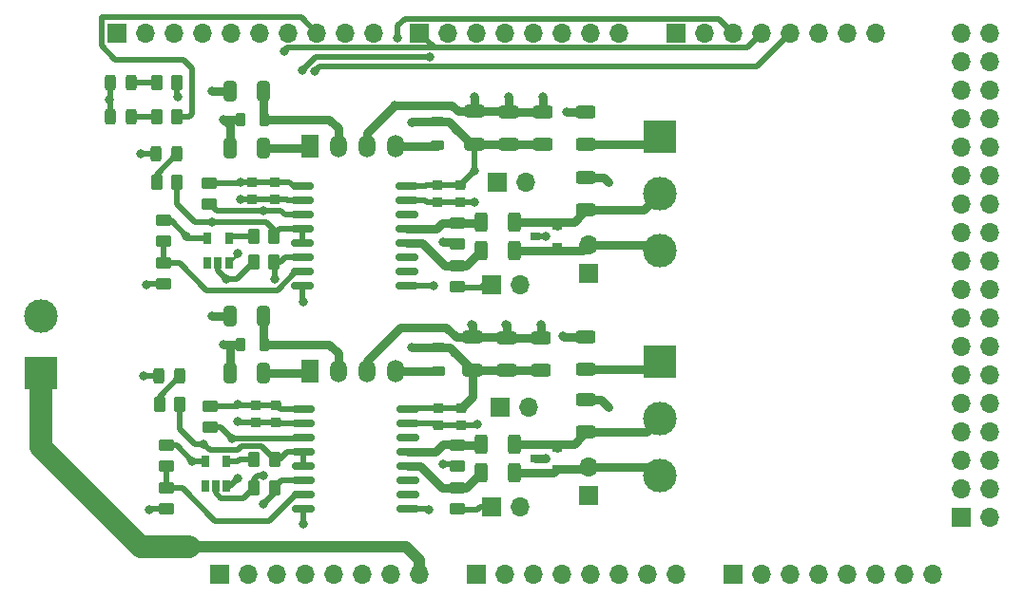
<source format=gtl>
%TF.GenerationSoftware,KiCad,Pcbnew,(6.0.9)*%
%TF.CreationDate,2022-11-14T07:27:59+00:00*%
%TF.ProjectId,mega485,6d656761-3438-4352-9e6b-696361645f70,rev?*%
%TF.SameCoordinates,Original*%
%TF.FileFunction,Copper,L1,Top*%
%TF.FilePolarity,Positive*%
%FSLAX46Y46*%
G04 Gerber Fmt 4.6, Leading zero omitted, Abs format (unit mm)*
G04 Created by KiCad (PCBNEW (6.0.9)) date 2022-11-14 07:27:59*
%MOMM*%
%LPD*%
G01*
G04 APERTURE LIST*
G04 Aperture macros list*
%AMRoundRect*
0 Rectangle with rounded corners*
0 $1 Rounding radius*
0 $2 $3 $4 $5 $6 $7 $8 $9 X,Y pos of 4 corners*
0 Add a 4 corners polygon primitive as box body*
4,1,4,$2,$3,$4,$5,$6,$7,$8,$9,$2,$3,0*
0 Add four circle primitives for the rounded corners*
1,1,$1+$1,$2,$3*
1,1,$1+$1,$4,$5*
1,1,$1+$1,$6,$7*
1,1,$1+$1,$8,$9*
0 Add four rect primitives between the rounded corners*
20,1,$1+$1,$2,$3,$4,$5,0*
20,1,$1+$1,$4,$5,$6,$7,0*
20,1,$1+$1,$6,$7,$8,$9,0*
20,1,$1+$1,$8,$9,$2,$3,0*%
G04 Aperture macros list end*
%TA.AperFunction,ComponentPad*%
%ADD10O,1.700000X1.700000*%
%TD*%
%TA.AperFunction,ComponentPad*%
%ADD11R,1.700000X1.700000*%
%TD*%
%TA.AperFunction,SMDPad,CuDef*%
%ADD12RoundRect,0.250000X0.450000X-0.262500X0.450000X0.262500X-0.450000X0.262500X-0.450000X-0.262500X0*%
%TD*%
%TA.AperFunction,SMDPad,CuDef*%
%ADD13RoundRect,0.250000X-0.450000X0.262500X-0.450000X-0.262500X0.450000X-0.262500X0.450000X0.262500X0*%
%TD*%
%TA.AperFunction,SMDPad,CuDef*%
%ADD14RoundRect,0.250000X-0.262500X-0.450000X0.262500X-0.450000X0.262500X0.450000X-0.262500X0.450000X0*%
%TD*%
%TA.AperFunction,SMDPad,CuDef*%
%ADD15RoundRect,0.243750X-0.243750X-0.456250X0.243750X-0.456250X0.243750X0.456250X-0.243750X0.456250X0*%
%TD*%
%TA.AperFunction,ComponentPad*%
%ADD16C,3.000000*%
%TD*%
%TA.AperFunction,ComponentPad*%
%ADD17R,3.000000X3.000000*%
%TD*%
%TA.AperFunction,SMDPad,CuDef*%
%ADD18RoundRect,0.225000X-0.250000X0.225000X-0.250000X-0.225000X0.250000X-0.225000X0.250000X0.225000X0*%
%TD*%
%TA.AperFunction,SMDPad,CuDef*%
%ADD19RoundRect,0.218750X-0.218750X-0.381250X0.218750X-0.381250X0.218750X0.381250X-0.218750X0.381250X0*%
%TD*%
%TA.AperFunction,SMDPad,CuDef*%
%ADD20RoundRect,0.250000X0.625000X-0.312500X0.625000X0.312500X-0.625000X0.312500X-0.625000X-0.312500X0*%
%TD*%
%TA.AperFunction,ComponentPad*%
%ADD21R,1.500000X2.000000*%
%TD*%
%TA.AperFunction,ComponentPad*%
%ADD22O,1.500000X2.000000*%
%TD*%
%TA.AperFunction,SMDPad,CuDef*%
%ADD23RoundRect,0.250000X0.325000X0.650000X-0.325000X0.650000X-0.325000X-0.650000X0.325000X-0.650000X0*%
%TD*%
%TA.AperFunction,SMDPad,CuDef*%
%ADD24R,0.650000X1.060000*%
%TD*%
%TA.AperFunction,SMDPad,CuDef*%
%ADD25RoundRect,0.250000X0.650000X-0.325000X0.650000X0.325000X-0.650000X0.325000X-0.650000X-0.325000X0*%
%TD*%
%TA.AperFunction,SMDPad,CuDef*%
%ADD26RoundRect,0.250000X-0.325000X-0.650000X0.325000X-0.650000X0.325000X0.650000X-0.325000X0.650000X0*%
%TD*%
%TA.AperFunction,SMDPad,CuDef*%
%ADD27RoundRect,0.250000X0.312500X0.625000X-0.312500X0.625000X-0.312500X-0.625000X0.312500X-0.625000X0*%
%TD*%
%TA.AperFunction,SMDPad,CuDef*%
%ADD28RoundRect,0.250000X0.262500X0.450000X-0.262500X0.450000X-0.262500X-0.450000X0.262500X-0.450000X0*%
%TD*%
%TA.AperFunction,SMDPad,CuDef*%
%ADD29RoundRect,0.250000X-0.625000X0.312500X-0.625000X-0.312500X0.625000X-0.312500X0.625000X0.312500X0*%
%TD*%
%TA.AperFunction,SMDPad,CuDef*%
%ADD30RoundRect,0.218750X0.381250X-0.218750X0.381250X0.218750X-0.381250X0.218750X-0.381250X-0.218750X0*%
%TD*%
%TA.AperFunction,SMDPad,CuDef*%
%ADD31R,0.900000X0.800000*%
%TD*%
%TA.AperFunction,SMDPad,CuDef*%
%ADD32RoundRect,0.150000X-0.875000X-0.150000X0.875000X-0.150000X0.875000X0.150000X-0.875000X0.150000X0*%
%TD*%
%TA.AperFunction,ViaPad*%
%ADD33C,0.800000*%
%TD*%
%TA.AperFunction,Conductor*%
%ADD34C,0.500000*%
%TD*%
%TA.AperFunction,Conductor*%
%ADD35C,0.750000*%
%TD*%
%TA.AperFunction,Conductor*%
%ADD36C,2.000000*%
%TD*%
%TA.AperFunction,Conductor*%
%ADD37C,1.000000*%
%TD*%
%TA.AperFunction,Conductor*%
%ADD38C,0.290000*%
%TD*%
G04 APERTURE END LIST*
D10*
%TO.P,J15,2,Pin_2*%
%TO.N,Net-(J9-Pad3)*%
X160782000Y-87889000D03*
D11*
%TO.P,J15,1,Pin_1*%
%TO.N,Net-(J15-Pad1)*%
X160782000Y-90429000D03*
%TD*%
D10*
%TO.P,J14,2,Pin_2*%
%TO.N,ISO5VB*%
X154686000Y-91440000D03*
D11*
%TO.P,J14,1,Pin_1*%
%TO.N,Net-(J14-Pad1)*%
X152146000Y-91440000D03*
%TD*%
%TO.P,J13,1,Pin_1*%
%TO.N,Net-(J13-Pad1)*%
X152903000Y-82550000D03*
D10*
%TO.P,J13,2,Pin_2*%
%TO.N,ISOGNDB*%
X155443000Y-82550000D03*
%TD*%
D11*
%TO.P,J12,1,Pin_1*%
%TO.N,Net-(J12-Pad1)*%
X160782000Y-70617000D03*
D10*
%TO.P,J12,2,Pin_2*%
%TO.N,Net-(D11-Pad1)*%
X160782000Y-68077000D03*
%TD*%
D11*
%TO.P,J11,1,Pin_1*%
%TO.N,Net-(J11-Pad1)*%
X152141000Y-71628000D03*
D10*
%TO.P,J11,2,Pin_2*%
%TO.N,ISOGNDA*%
X154681000Y-71628000D03*
%TD*%
D11*
%TO.P,J10,1,Pin_1*%
%TO.N,Net-(J10-Pad1)*%
X152654000Y-62484000D03*
D10*
%TO.P,J10,2,Pin_2*%
%TO.N,ISOGNDA*%
X155194000Y-62484000D03*
%TD*%
D12*
%TO.P,R7,1*%
%TO.N,GND*%
X123190000Y-91590500D03*
%TO.P,R7,2*%
%TO.N,Net-(R6-Pad2)*%
X123190000Y-89765500D03*
%TD*%
D13*
%TO.P,R6,1*%
%TO.N,+5V*%
X123190000Y-85955500D03*
%TO.P,R6,2*%
%TO.N,Net-(R6-Pad2)*%
X123190000Y-87780500D03*
%TD*%
D12*
%TO.P,R5,1*%
%TO.N,GND*%
X122936000Y-71524500D03*
%TO.P,R5,2*%
%TO.N,Net-(R24-Pad2)*%
X122936000Y-69699500D03*
%TD*%
D14*
%TO.P,R4,1*%
%TO.N,Net-(D4-Pad2)*%
X122531500Y-82296000D03*
%TO.P,R4,2*%
%TO.N,DE-B*%
X124356500Y-82296000D03*
%TD*%
%TO.P,R3,1*%
%TO.N,Net-(D3-Pad2)*%
X122277500Y-62484000D03*
%TO.P,R3,2*%
%TO.N,DE-A*%
X124102500Y-62484000D03*
%TD*%
%TO.P,R2,1*%
%TO.N,Net-(D2-Pad2)*%
X122277500Y-56642000D03*
%TO.P,R2,2*%
%TO.N,LED-1*%
X124102500Y-56642000D03*
%TD*%
%TO.P,R1,1*%
%TO.N,Net-(D1-Pad2)*%
X122277500Y-53594000D03*
%TO.P,R1,2*%
%TO.N,+5V*%
X124102500Y-53594000D03*
%TD*%
D15*
%TO.P,D4,1,K*%
%TO.N,GND*%
X122506500Y-79756000D03*
%TO.P,D4,2,A*%
%TO.N,Net-(D4-Pad2)*%
X124381500Y-79756000D03*
%TD*%
%TO.P,D3,2,A*%
%TO.N,Net-(D3-Pad2)*%
X124127500Y-59944000D03*
%TO.P,D3,1,K*%
%TO.N,GND*%
X122252500Y-59944000D03*
%TD*%
%TO.P,D2,1,K*%
%TO.N,GND*%
X118188500Y-56642000D03*
%TO.P,D2,2,A*%
%TO.N,Net-(D2-Pad2)*%
X120063500Y-56642000D03*
%TD*%
%TO.P,D1,1,K*%
%TO.N,GND*%
X118188500Y-53594000D03*
%TO.P,D1,2,A*%
%TO.N,Net-(D1-Pad2)*%
X120063500Y-53594000D03*
%TD*%
D16*
%TO.P,J16,2,Pin_2*%
%TO.N,GND*%
X112014000Y-74422000D03*
D17*
%TO.P,J16,1,Pin_1*%
%TO.N,+12V*%
X112014000Y-79502000D03*
%TD*%
D11*
%TO.P,J7,1,Pin_1*%
%TO.N,GND*%
X193980000Y-92380000D03*
D10*
%TO.P,J7,2,Pin_2*%
X196520000Y-92380000D03*
%TO.P,J7,3,Pin_3*%
%TO.N,/\u002A52*%
X193980000Y-89840000D03*
%TO.P,J7,4,Pin_4*%
%TO.N,/53*%
X196520000Y-89840000D03*
%TO.P,J7,5,Pin_5*%
%TO.N,/50*%
X193980000Y-87300000D03*
%TO.P,J7,6,Pin_6*%
%TO.N,/51*%
X196520000Y-87300000D03*
%TO.P,J7,7,Pin_7*%
%TO.N,/48*%
X193980000Y-84760000D03*
%TO.P,J7,8,Pin_8*%
%TO.N,/49*%
X196520000Y-84760000D03*
%TO.P,J7,9,Pin_9*%
%TO.N,/\u002A46*%
X193980000Y-82220000D03*
%TO.P,J7,10,Pin_10*%
%TO.N,/47*%
X196520000Y-82220000D03*
%TO.P,J7,11,Pin_11*%
%TO.N,/\u002A44*%
X193980000Y-79680000D03*
%TO.P,J7,12,Pin_12*%
%TO.N,/\u002A45*%
X196520000Y-79680000D03*
%TO.P,J7,13,Pin_13*%
%TO.N,/42*%
X193980000Y-77140000D03*
%TO.P,J7,14,Pin_14*%
%TO.N,/43*%
X196520000Y-77140000D03*
%TO.P,J7,15,Pin_15*%
%TO.N,/40*%
X193980000Y-74600000D03*
%TO.P,J7,16,Pin_16*%
%TO.N,/41*%
X196520000Y-74600000D03*
%TO.P,J7,17,Pin_17*%
%TO.N,/38*%
X193980000Y-72060000D03*
%TO.P,J7,18,Pin_18*%
%TO.N,/39*%
X196520000Y-72060000D03*
%TO.P,J7,19,Pin_19*%
%TO.N,/36*%
X193980000Y-69520000D03*
%TO.P,J7,20,Pin_20*%
%TO.N,/37*%
X196520000Y-69520000D03*
%TO.P,J7,21,Pin_21*%
%TO.N,/34*%
X193980000Y-66980000D03*
%TO.P,J7,22,Pin_22*%
%TO.N,/35*%
X196520000Y-66980000D03*
%TO.P,J7,23,Pin_23*%
%TO.N,/32*%
X193980000Y-64440000D03*
%TO.P,J7,24,Pin_24*%
%TO.N,/33*%
X196520000Y-64440000D03*
%TO.P,J7,25,Pin_25*%
%TO.N,/30*%
X193980000Y-61900000D03*
%TO.P,J7,26,Pin_26*%
%TO.N,/31*%
X196520000Y-61900000D03*
%TO.P,J7,27,Pin_27*%
%TO.N,/28*%
X193980000Y-59360000D03*
%TO.P,J7,28,Pin_28*%
%TO.N,/29*%
X196520000Y-59360000D03*
%TO.P,J7,29,Pin_29*%
%TO.N,/26*%
X193980000Y-56820000D03*
%TO.P,J7,30,Pin_30*%
%TO.N,/27*%
X196520000Y-56820000D03*
%TO.P,J7,31,Pin_31*%
%TO.N,/24*%
X193980000Y-54280000D03*
%TO.P,J7,32,Pin_32*%
%TO.N,/25*%
X196520000Y-54280000D03*
%TO.P,J7,33,Pin_33*%
%TO.N,/22*%
X193980000Y-51740000D03*
%TO.P,J7,34,Pin_34*%
%TO.N,/23*%
X196520000Y-51740000D03*
%TO.P,J7,35,Pin_35*%
%TO.N,+5V*%
X193980000Y-49200000D03*
%TO.P,J7,36,Pin_36*%
X196520000Y-49200000D03*
%TD*%
D11*
%TO.P,J1,1,Pin_1*%
%TO.N,unconnected-(J1-Pad1)*%
X127940000Y-97460000D03*
D10*
%TO.P,J1,2,Pin_2*%
%TO.N,/IOREF*%
X130480000Y-97460000D03*
%TO.P,J1,3,Pin_3*%
%TO.N,A_RESET*%
X133020000Y-97460000D03*
%TO.P,J1,4,Pin_4*%
%TO.N,+3V3*%
X135560000Y-97460000D03*
%TO.P,J1,5,Pin_5*%
%TO.N,+5V*%
X138100000Y-97460000D03*
%TO.P,J1,6,Pin_6*%
%TO.N,GND*%
X140640000Y-97460000D03*
%TO.P,J1,7,Pin_7*%
X143180000Y-97460000D03*
%TO.P,J1,8,Pin_8*%
%TO.N,+12V*%
X145720000Y-97460000D03*
%TD*%
D11*
%TO.P,J3,1,Pin_1*%
%TO.N,/A0*%
X150800000Y-97460000D03*
D10*
%TO.P,J3,2,Pin_2*%
%TO.N,/A1*%
X153340000Y-97460000D03*
%TO.P,J3,3,Pin_3*%
%TO.N,/A2*%
X155880000Y-97460000D03*
%TO.P,J3,4,Pin_4*%
%TO.N,/A3*%
X158420000Y-97460000D03*
%TO.P,J3,5,Pin_5*%
%TO.N,TCK*%
X160960000Y-97460000D03*
%TO.P,J3,6,Pin_6*%
%TO.N,TMS*%
X163500000Y-97460000D03*
%TO.P,J3,7,Pin_7*%
%TO.N,TDO*%
X166040000Y-97460000D03*
%TO.P,J3,8,Pin_8*%
%TO.N,TDI*%
X168580000Y-97460000D03*
%TD*%
D11*
%TO.P,J5,1,Pin_1*%
%TO.N,/A8*%
X173660000Y-97460000D03*
D10*
%TO.P,J5,2,Pin_2*%
%TO.N,/A9*%
X176200000Y-97460000D03*
%TO.P,J5,3,Pin_3*%
%TO.N,/A10*%
X178740000Y-97460000D03*
%TO.P,J5,4,Pin_4*%
%TO.N,/A11*%
X181280000Y-97460000D03*
%TO.P,J5,5,Pin_5*%
%TO.N,/A12*%
X183820000Y-97460000D03*
%TO.P,J5,6,Pin_6*%
%TO.N,/A13*%
X186360000Y-97460000D03*
%TO.P,J5,7,Pin_7*%
%TO.N,/A14*%
X188900000Y-97460000D03*
%TO.P,J5,8,Pin_8*%
%TO.N,/A15*%
X191440000Y-97460000D03*
%TD*%
D11*
%TO.P,J2,1,Pin_1*%
%TO.N,/SCL{slash}21A*%
X118796000Y-49200000D03*
D10*
%TO.P,J2,2,Pin_2*%
%TO.N,/SDA{slash}20A*%
X121336000Y-49200000D03*
%TO.P,J2,3,Pin_3*%
%TO.N,/AREF*%
X123876000Y-49200000D03*
%TO.P,J2,4,Pin_4*%
%TO.N,GND*%
X126416000Y-49200000D03*
%TO.P,J2,5,Pin_5*%
%TO.N,/\u002A13*%
X128956000Y-49200000D03*
%TO.P,J2,6,Pin_6*%
%TO.N,DE-B*%
X131496000Y-49200000D03*
%TO.P,J2,7,Pin_7*%
%TO.N,DE-A*%
X134036000Y-49200000D03*
%TO.P,J2,8,Pin_8*%
%TO.N,LED-1*%
X136576000Y-49200000D03*
%TO.P,J2,9,Pin_9*%
%TO.N,/\u002A9*%
X139116000Y-49200000D03*
%TO.P,J2,10,Pin_10*%
%TO.N,/\u002A8*%
X141656000Y-49200000D03*
%TD*%
D11*
%TO.P,J4,1,Pin_1*%
%TO.N,Rx-B*%
X145720000Y-49200000D03*
D10*
%TO.P,J4,2,Pin_2*%
%TO.N,Rx-A*%
X148260000Y-49200000D03*
%TO.P,J4,3,Pin_3*%
%TO.N,/\u002A5*%
X150800000Y-49200000D03*
%TO.P,J4,4,Pin_4*%
%TO.N,/\u002A4*%
X153340000Y-49200000D03*
%TO.P,J4,5,Pin_5*%
%TO.N,/\u002A3*%
X155880000Y-49200000D03*
%TO.P,J4,6,Pin_6*%
%TO.N,/\u002A2*%
X158420000Y-49200000D03*
%TO.P,J4,7,Pin_7*%
%TO.N,/TX0{slash}1*%
X160960000Y-49200000D03*
%TO.P,J4,8,Pin_8*%
%TO.N,/RX0{slash}0*%
X163500000Y-49200000D03*
%TD*%
D11*
%TO.P,J6,1,Pin_1*%
%TO.N,/TX3{slash}14*%
X168580000Y-49200000D03*
D10*
%TO.P,J6,2,Pin_2*%
%TO.N,/RX3{slash}15*%
X171120000Y-49200000D03*
%TO.P,J6,3,Pin_3*%
%TO.N,Tx-B*%
X173660000Y-49200000D03*
%TO.P,J6,4,Pin_4*%
%TO.N,Rx-B*%
X176200000Y-49200000D03*
%TO.P,J6,5,Pin_5*%
%TO.N,Tx-A*%
X178740000Y-49200000D03*
%TO.P,J6,6,Pin_6*%
%TO.N,Rx-A*%
X181280000Y-49200000D03*
%TO.P,J6,7,Pin_7*%
%TO.N,/SDA{slash}20*%
X183820000Y-49200000D03*
%TO.P,J6,8,Pin_8*%
%TO.N,/SCL{slash}21*%
X186360000Y-49200000D03*
%TD*%
D18*
%TO.P,C18,1*%
%TO.N,+5V*%
X131111500Y-82372500D03*
%TO.P,C18,2*%
%TO.N,GND*%
X131111500Y-83922500D03*
%TD*%
D19*
%TO.P,L3,1*%
%TO.N,+5V*%
X129747500Y-76962000D03*
%TO.P,L3,2*%
%TO.N,Net-(C22-Pad1)*%
X131872500Y-76962000D03*
%TD*%
D20*
%TO.P,R31,1*%
%TO.N,Net-(J9-Pad1)*%
X160528000Y-79186500D03*
%TO.P,R31,2*%
%TO.N,ISOGNDB*%
X160528000Y-76261500D03*
%TD*%
D17*
%TO.P,J8,1,Pin_1*%
%TO.N,Net-(R28-Pad1)*%
X167132000Y-58420000D03*
D16*
%TO.P,J8,2,Pin_2*%
%TO.N,Net-(D11-Pad2)*%
X167132000Y-63500000D03*
%TO.P,J8,3,Pin_3*%
%TO.N,Net-(D11-Pad1)*%
X167132000Y-68580000D03*
%TD*%
D21*
%TO.P,U10,1,-VIN*%
%TO.N,GND*%
X135937500Y-79337500D03*
D22*
%TO.P,U10,2,+VIN*%
%TO.N,Net-(C22-Pad1)*%
X138477500Y-79337500D03*
%TO.P,U10,3,-VOUT*%
%TO.N,ISOGNDB*%
X141017500Y-79337500D03*
%TO.P,U10,4,+VOUT*%
%TO.N,Net-(L5-Pad1)*%
X143557500Y-79337500D03*
%TD*%
D19*
%TO.P,L2,1*%
%TO.N,+5V*%
X129747500Y-56896000D03*
%TO.P,L2,2*%
%TO.N,Net-(C21-Pad1)*%
X131872500Y-56896000D03*
%TD*%
D23*
%TO.P,C22,1*%
%TO.N,Net-(C22-Pad1)*%
X131777000Y-74422000D03*
%TO.P,C22,2*%
%TO.N,GND*%
X128827000Y-74422000D03*
%TD*%
D20*
%TO.P,R33,1*%
%TO.N,ISO5VB*%
X153463500Y-79276000D03*
%TO.P,R33,2*%
%TO.N,ISOGNDB*%
X153463500Y-76351000D03*
%TD*%
D13*
%TO.P,R18,1*%
%TO.N,+5V*%
X127047500Y-82489000D03*
%TO.P,R18,2*%
%TO.N,Rx-B*%
X127047500Y-84314000D03*
%TD*%
D12*
%TO.P,R38,1*%
%TO.N,Net-(J14-Pad1)*%
X149098000Y-91590500D03*
%TO.P,R38,2*%
%TO.N,Net-(R30-Pad2)*%
X149098000Y-89765500D03*
%TD*%
D24*
%TO.P,U7,1*%
%TO.N,N/C*%
X126812000Y-69680000D03*
%TO.P,U7,2*%
%TO.N,Rx-B*%
X127762000Y-69680000D03*
%TO.P,U7,3,GND*%
%TO.N,GND*%
X128712000Y-69680000D03*
%TO.P,U7,4*%
%TO.N,Net-(R23-Pad2)*%
X128712000Y-67480000D03*
%TO.P,U7,5,VCC*%
%TO.N,+5V*%
X126812000Y-67480000D03*
%TD*%
D25*
%TO.P,C25,1*%
%TO.N,ISOGNDA*%
X150622000Y-59133000D03*
%TO.P,C25,2*%
X150622000Y-56183000D03*
%TD*%
D12*
%TO.P,R34,1*%
%TO.N,Net-(J10-Pad1)*%
X149098000Y-67968500D03*
%TO.P,R34,2*%
%TO.N,Net-(R26-Pad2)*%
X149098000Y-66143500D03*
%TD*%
D18*
%TO.P,C27,1*%
%TO.N,ISOGNDA*%
X149352000Y-62738000D03*
%TO.P,C27,2*%
X149352000Y-64288000D03*
%TD*%
D13*
%TO.P,R24,1*%
%TO.N,+5V*%
X122936000Y-65889500D03*
%TO.P,R24,2*%
%TO.N,Net-(R24-Pad2)*%
X122936000Y-67714500D03*
%TD*%
D20*
%TO.P,R40,1*%
%TO.N,ISOGNDA*%
X156718000Y-59120500D03*
%TO.P,R40,2*%
X156718000Y-56195500D03*
%TD*%
D18*
%TO.P,C20,2*%
%TO.N,GND*%
X132889500Y-83922500D03*
%TO.P,C20,1*%
%TO.N,+5V*%
X132889500Y-82372500D03*
%TD*%
D26*
%TO.P,C15,1*%
%TO.N,+5V*%
X128827000Y-59436000D03*
%TO.P,C15,2*%
%TO.N,GND*%
X131777000Y-59436000D03*
%TD*%
D27*
%TO.P,R26,1*%
%TO.N,Net-(D11-Pad2)*%
X154116500Y-66040000D03*
%TO.P,R26,2*%
%TO.N,Net-(R26-Pad2)*%
X151191500Y-66040000D03*
%TD*%
D12*
%TO.P,R35,1*%
%TO.N,Net-(J11-Pad1)*%
X149098000Y-71778500D03*
%TO.P,R35,2*%
%TO.N,Net-(R27-Pad2)*%
X149098000Y-69953500D03*
%TD*%
D28*
%TO.P,R20,1*%
%TO.N,Tx-B*%
X132786000Y-89751500D03*
%TO.P,R20,2*%
%TO.N,Rx-A*%
X130961000Y-89751500D03*
%TD*%
D18*
%TO.P,C28,1*%
%TO.N,ISO5VB*%
X149399500Y-82626500D03*
%TO.P,C28,2*%
%TO.N,ISOGNDB*%
X149399500Y-84176500D03*
%TD*%
%TO.P,C19,2*%
%TO.N,GND*%
X132842000Y-64034000D03*
%TO.P,C19,1*%
%TO.N,+5V*%
X132842000Y-62484000D03*
%TD*%
D27*
%TO.P,R29,2*%
%TO.N,Net-(R29-Pad2)*%
X151191500Y-85852000D03*
%TO.P,R29,1*%
%TO.N,Net-(J9-Pad2)*%
X154116500Y-85852000D03*
%TD*%
D18*
%TO.P,C16,2*%
%TO.N,GND*%
X130810000Y-64021000D03*
%TO.P,C16,1*%
%TO.N,+5V*%
X130810000Y-62471000D03*
%TD*%
D29*
%TO.P,R36,1*%
%TO.N,Net-(J12-Pad1)*%
X160528000Y-62037500D03*
%TO.P,R36,2*%
%TO.N,Net-(D11-Pad2)*%
X160528000Y-64962500D03*
%TD*%
D26*
%TO.P,C17,1*%
%TO.N,+5V*%
X128827000Y-79502000D03*
%TO.P,C17,2*%
%TO.N,GND*%
X131777000Y-79502000D03*
%TD*%
D20*
%TO.P,R32,1*%
%TO.N,ISOGNDA*%
X153670000Y-59120500D03*
%TO.P,R32,2*%
X153670000Y-56195500D03*
%TD*%
D25*
%TO.P,C26,1*%
%TO.N,ISO5VB*%
X150415500Y-79288500D03*
%TO.P,C26,2*%
%TO.N,ISOGNDB*%
X150415500Y-76338500D03*
%TD*%
D28*
%TO.P,R23,1*%
%TO.N,DE-A*%
X132738500Y-67310000D03*
%TO.P,R23,2*%
%TO.N,Net-(R23-Pad2)*%
X130913500Y-67310000D03*
%TD*%
D20*
%TO.P,R41,1*%
%TO.N,ISO5VB*%
X156511500Y-79276000D03*
%TO.P,R41,2*%
%TO.N,ISOGNDB*%
X156511500Y-76351000D03*
%TD*%
D30*
%TO.P,L4,2*%
%TO.N,ISOGNDA*%
X147320000Y-57103500D03*
%TO.P,L4,1*%
%TO.N,Net-(L4-Pad1)*%
X147320000Y-59228500D03*
%TD*%
D27*
%TO.P,R27,1*%
%TO.N,Net-(D11-Pad1)*%
X154116500Y-68580000D03*
%TO.P,R27,2*%
%TO.N,Net-(R27-Pad2)*%
X151191500Y-68580000D03*
%TD*%
D29*
%TO.P,R39,1*%
%TO.N,Net-(J15-Pad1)*%
X160528000Y-81849500D03*
%TO.P,R39,2*%
%TO.N,Net-(J9-Pad2)*%
X160528000Y-84774500D03*
%TD*%
D31*
%TO.P,D11,1,A1*%
%TO.N,Net-(D11-Pad1)*%
X157972000Y-68260000D03*
%TO.P,D11,2,A2*%
%TO.N,Net-(D11-Pad2)*%
X157972000Y-66360000D03*
%TO.P,D11,3,common*%
%TO.N,ISOGNDA*%
X155972000Y-67310000D03*
%TD*%
D30*
%TO.P,L5,1*%
%TO.N,Net-(L5-Pad1)*%
X147367500Y-79384000D03*
%TO.P,L5,2*%
%TO.N,ISO5VB*%
X147367500Y-77259000D03*
%TD*%
D13*
%TO.P,R17,1*%
%TO.N,+5V*%
X127000000Y-62587500D03*
%TO.P,R17,2*%
%TO.N,Rx-A*%
X127000000Y-64412500D03*
%TD*%
D23*
%TO.P,C21,1*%
%TO.N,Net-(C21-Pad1)*%
X131777000Y-54356000D03*
%TO.P,C21,2*%
%TO.N,GND*%
X128827000Y-54356000D03*
%TD*%
D24*
%TO.P,U6,1*%
%TO.N,N/C*%
X126605500Y-89581500D03*
%TO.P,U6,2*%
%TO.N,Rx-A*%
X127555500Y-89581500D03*
%TO.P,U6,3,GND*%
%TO.N,GND*%
X128505500Y-89581500D03*
%TO.P,U6,4*%
%TO.N,Net-(R22-Pad2)*%
X128505500Y-87381500D03*
%TO.P,U6,5,VCC*%
%TO.N,+5V*%
X126605500Y-87381500D03*
%TD*%
D31*
%TO.P,D12,3,common*%
%TO.N,ISOGNDB*%
X155972000Y-87122000D03*
%TO.P,D12,2,A2*%
%TO.N,Net-(J9-Pad2)*%
X157972000Y-86172000D03*
%TO.P,D12,1,A1*%
%TO.N,Net-(J9-Pad3)*%
X157972000Y-88072000D03*
%TD*%
D28*
%TO.P,R22,1*%
%TO.N,DE-B*%
X132786000Y-87211500D03*
%TO.P,R22,2*%
%TO.N,Net-(R22-Pad2)*%
X130961000Y-87211500D03*
%TD*%
D12*
%TO.P,R37,1*%
%TO.N,Net-(J13-Pad1)*%
X149098000Y-87780500D03*
%TO.P,R37,2*%
%TO.N,Net-(R29-Pad2)*%
X149098000Y-85955500D03*
%TD*%
D20*
%TO.P,R28,1*%
%TO.N,Net-(R28-Pad1)*%
X160528000Y-59120500D03*
%TO.P,R28,2*%
%TO.N,ISOGNDA*%
X160528000Y-56195500D03*
%TD*%
D32*
%TO.P,U11,1,VDD1*%
%TO.N,+5V*%
X135351500Y-82766500D03*
%TO.P,U11,2,GND1*%
%TO.N,GND*%
X135351500Y-84036500D03*
%TO.P,U11,3,RxD*%
%TO.N,Rx-B*%
X135351500Y-85306500D03*
%TO.P,U11,4,~{RE}*%
%TO.N,DE-B*%
X135351500Y-86576500D03*
%TO.P,U11,5,DE*%
X135351500Y-87846500D03*
%TO.P,U11,6,TxD*%
%TO.N,Tx-B*%
X135351500Y-89116500D03*
%TO.P,U11,7,PV*%
%TO.N,Net-(R6-Pad2)*%
X135351500Y-90386500D03*
%TO.P,U11,8,GND1*%
%TO.N,GND*%
X135351500Y-91656500D03*
%TO.P,U11,9,GND2*%
%TO.N,ISOGNDB*%
X144651500Y-91656500D03*
%TO.P,U11,10,NC*%
%TO.N,unconnected-(U11-Pad10)*%
X144651500Y-90386500D03*
%TO.P,U11,11,NC*%
%TO.N,unconnected-(U11-Pad11)*%
X144651500Y-89116500D03*
%TO.P,U11,12,A*%
%TO.N,Net-(R30-Pad2)*%
X144651500Y-87846500D03*
%TO.P,U11,13,B*%
%TO.N,Net-(R29-Pad2)*%
X144651500Y-86576500D03*
%TO.P,U11,14,NC*%
%TO.N,unconnected-(U11-Pad14)*%
X144651500Y-85306500D03*
%TO.P,U11,15,GND2*%
%TO.N,ISOGNDB*%
X144651500Y-84036500D03*
%TO.P,U11,16,VDD2*%
%TO.N,ISO5VB*%
X144651500Y-82766500D03*
%TD*%
D21*
%TO.P,U8,1,-VIN*%
%TO.N,GND*%
X135937500Y-59271500D03*
D22*
%TO.P,U8,2,+VIN*%
%TO.N,Net-(C21-Pad1)*%
X138477500Y-59271500D03*
%TO.P,U8,3,-VOUT*%
%TO.N,ISOGNDA*%
X141017500Y-59271500D03*
%TO.P,U8,4,+VOUT*%
%TO.N,Net-(L4-Pad1)*%
X143557500Y-59271500D03*
%TD*%
D17*
%TO.P,J9,1,Pin_1*%
%TO.N,Net-(J9-Pad1)*%
X167132000Y-78486000D03*
D16*
%TO.P,J9,2,Pin_2*%
%TO.N,Net-(J9-Pad2)*%
X167132000Y-83566000D03*
%TO.P,J9,3,Pin_3*%
%TO.N,Net-(J9-Pad3)*%
X167132000Y-88646000D03*
%TD*%
D32*
%TO.P,U9,1,VDD1*%
%TO.N,+5V*%
X135304000Y-62865000D03*
%TO.P,U9,2,GND1*%
%TO.N,GND*%
X135304000Y-64135000D03*
%TO.P,U9,3,RxD*%
%TO.N,Rx-A*%
X135304000Y-65405000D03*
%TO.P,U9,4,~{RE}*%
%TO.N,DE-A*%
X135304000Y-66675000D03*
%TO.P,U9,5,DE*%
X135304000Y-67945000D03*
%TO.P,U9,6,TxD*%
%TO.N,Tx-A*%
X135304000Y-69215000D03*
%TO.P,U9,7,PV*%
%TO.N,Net-(R24-Pad2)*%
X135304000Y-70485000D03*
%TO.P,U9,8,GND1*%
%TO.N,GND*%
X135304000Y-71755000D03*
%TO.P,U9,9,GND2*%
%TO.N,ISOGNDA*%
X144604000Y-71755000D03*
%TO.P,U9,10,NC*%
%TO.N,unconnected-(U9-Pad10)*%
X144604000Y-70485000D03*
%TO.P,U9,11,NC*%
%TO.N,unconnected-(U9-Pad11)*%
X144604000Y-69215000D03*
%TO.P,U9,12,A*%
%TO.N,Net-(R27-Pad2)*%
X144604000Y-67945000D03*
%TO.P,U9,13,B*%
%TO.N,Net-(R26-Pad2)*%
X144604000Y-66675000D03*
%TO.P,U9,14,NC*%
%TO.N,unconnected-(U9-Pad14)*%
X144604000Y-65405000D03*
%TO.P,U9,15,GND2*%
%TO.N,ISOGNDA*%
X144604000Y-64135000D03*
%TO.P,U9,16,VDD2*%
X144604000Y-62865000D03*
%TD*%
D28*
%TO.P,R21,1*%
%TO.N,Tx-A*%
X132738500Y-69596000D03*
%TO.P,R21,2*%
%TO.N,Rx-B*%
X130913500Y-69596000D03*
%TD*%
D27*
%TO.P,R30,2*%
%TO.N,Net-(R30-Pad2)*%
X151191500Y-88392000D03*
%TO.P,R30,1*%
%TO.N,Net-(J9-Pad3)*%
X154116500Y-88392000D03*
%TD*%
D18*
%TO.P,C23,1*%
%TO.N,ISOGNDA*%
X147320000Y-62725000D03*
%TO.P,C23,2*%
X147320000Y-64275000D03*
%TD*%
%TO.P,C24,1*%
%TO.N,ISO5VB*%
X147367500Y-82626500D03*
%TO.P,C24,2*%
%TO.N,ISOGNDB*%
X147367500Y-84176500D03*
%TD*%
D33*
%TO.N,Net-(J10-Pad1)*%
X147828000Y-67818000D03*
%TO.N,Net-(J12-Pad1)*%
X162560000Y-62484000D03*
%TO.N,ISOGNDA*%
X158811500Y-56195500D03*
X156972000Y-67310000D03*
%TO.N,Net-(J15-Pad1)*%
X162560000Y-82550000D03*
%TO.N,Net-(J13-Pad1)*%
X147828000Y-87630000D03*
%TO.N,ISOGNDB*%
X158496000Y-76200000D03*
X156972000Y-87122000D03*
%TO.N,GND*%
X121158000Y-79756000D03*
X120904000Y-59944000D03*
X118110000Y-55118000D03*
%TO.N,+5V*%
X124206000Y-54864000D03*
%TO.N,ISOGNDB*%
X146558000Y-91694000D03*
X150876000Y-84074000D03*
%TO.N,ISO5VB*%
X150415500Y-81610500D03*
X148847500Y-77720500D03*
X145034000Y-77216000D03*
%TO.N,ISOGNDB*%
X156511500Y-75231500D03*
X153416000Y-75184000D03*
X150368000Y-75184000D03*
%TO.N,GND*%
X121412000Y-71628000D03*
X121666000Y-91694000D03*
X135382000Y-73152000D03*
X135382000Y-92964000D03*
%TO.N,+5V*%
X125476000Y-87376000D03*
%TO.N,GND*%
X129540000Y-88900000D03*
%TO.N,DE-B*%
X126492000Y-85852000D03*
%TO.N,GND*%
X129540000Y-83820000D03*
%TO.N,+5V*%
X129540000Y-82296000D03*
%TO.N,Rx-B*%
X129032000Y-85344000D03*
%TO.N,+5V*%
X124968000Y-67310000D03*
%TO.N,GND*%
X129540000Y-68834000D03*
%TO.N,Rx-B*%
X128524000Y-71120000D03*
X133620688Y-50816688D03*
%TO.N,GND*%
X127254000Y-74422000D03*
%TO.N,+5V*%
X128270000Y-76962000D03*
%TO.N,Rx-A*%
X131826000Y-88646000D03*
%TO.N,Tx-B*%
X131826000Y-91186000D03*
X143764000Y-49650500D03*
%TO.N,GND*%
X127254000Y-54356000D03*
%TO.N,+5V*%
X128270000Y-56896000D03*
%TO.N,DE-A*%
X127254000Y-66040000D03*
%TO.N,+5V*%
X129794000Y-62484000D03*
%TO.N,GND*%
X129794000Y-64008000D03*
%TO.N,ISOGNDA*%
X149098000Y-57912000D03*
X145034000Y-57150000D03*
X150622000Y-61468000D03*
%TO.N,Tx-A*%
X136398000Y-52578000D03*
%TO.N,Rx-A*%
X135289312Y-52485312D03*
X146599500Y-51349500D03*
X131826000Y-65024000D03*
%TO.N,Tx-A*%
X132842000Y-71120000D03*
%TO.N,ISOGNDA*%
X146939000Y-71755000D03*
X150622000Y-64262000D03*
X143510000Y-55626000D03*
X156718000Y-54864000D03*
X153670000Y-54864000D03*
X150622000Y-54864000D03*
%TD*%
D34*
%TO.N,Tx-B*%
X132842000Y-90170000D02*
X132842000Y-89807500D01*
X131826000Y-91186000D02*
X132842000Y-90170000D01*
X132842000Y-89807500D02*
X132786000Y-89751500D01*
D35*
%TO.N,Net-(J15-Pad1)*%
X161859500Y-81849500D02*
X160528000Y-81849500D01*
X162560000Y-82550000D02*
X161859500Y-81849500D01*
D34*
%TO.N,Net-(J14-Pad1)*%
X149201500Y-91694000D02*
X149098000Y-91590500D01*
X150876000Y-91694000D02*
X149201500Y-91694000D01*
X151130000Y-91440000D02*
X150876000Y-91694000D01*
X152146000Y-91440000D02*
X151130000Y-91440000D01*
%TO.N,GND*%
X120904000Y-59944000D02*
X122252500Y-59944000D01*
%TO.N,Net-(D3-Pad2)*%
X122277500Y-61794000D02*
X124127500Y-59944000D01*
X122277500Y-62484000D02*
X122277500Y-61794000D01*
%TO.N,GND*%
X121158000Y-79756000D02*
X122506500Y-79756000D01*
%TO.N,Net-(D4-Pad2)*%
X122531500Y-82296000D02*
X122531500Y-81606000D01*
X122531500Y-81606000D02*
X124381500Y-79756000D01*
D36*
%TO.N,+12V*%
X120904000Y-94996000D02*
X125222000Y-94996000D01*
X112014000Y-79502000D02*
X112014000Y-86106000D01*
X112014000Y-86106000D02*
X120904000Y-94996000D01*
D34*
%TO.N,Rx-A*%
X136425124Y-51349500D02*
X135289312Y-52485312D01*
X146599500Y-51349500D02*
X136425124Y-51349500D01*
D35*
%TO.N,Net-(J10-Pad1)*%
X148947500Y-67818000D02*
X149098000Y-67968500D01*
X147828000Y-67818000D02*
X148947500Y-67818000D01*
%TO.N,Net-(J12-Pad1)*%
X162113500Y-62037500D02*
X162560000Y-62484000D01*
X160528000Y-62037500D02*
X162113500Y-62037500D01*
%TO.N,Net-(R28-Pad1)*%
X166431500Y-59120500D02*
X167132000Y-58420000D01*
X160528000Y-59120500D02*
X166431500Y-59120500D01*
%TO.N,ISOGNDA*%
X160528000Y-56195500D02*
X158811500Y-56195500D01*
D34*
X155972000Y-67310000D02*
X156972000Y-67310000D01*
%TO.N,Net-(J11-Pad1)*%
X151384000Y-71882000D02*
X149201500Y-71882000D01*
X149201500Y-71882000D02*
X149098000Y-71778500D01*
X151384000Y-71628000D02*
X151384000Y-71882000D01*
X152141000Y-71628000D02*
X151384000Y-71628000D01*
D35*
%TO.N,Net-(D11-Pad1)*%
X166629000Y-68077000D02*
X167132000Y-68580000D01*
X160782000Y-68077000D02*
X166629000Y-68077000D01*
%TO.N,Net-(D11-Pad2)*%
X157972000Y-66056000D02*
X157988000Y-66040000D01*
X157972000Y-66360000D02*
X157972000Y-66056000D01*
X157988000Y-66040000D02*
X159450500Y-66040000D01*
X154116500Y-66040000D02*
X157988000Y-66040000D01*
%TO.N,Net-(D11-Pad1)*%
X157972000Y-68260000D02*
X157972000Y-68310000D01*
X158242000Y-68580000D02*
X160279000Y-68580000D01*
X157972000Y-68310000D02*
X158242000Y-68580000D01*
X154116500Y-68580000D02*
X158242000Y-68580000D01*
X160279000Y-68580000D02*
X160782000Y-68077000D01*
%TO.N,Net-(R27-Pad2)*%
X149818000Y-69953500D02*
X151191500Y-68580000D01*
X149098000Y-69953500D02*
X149818000Y-69953500D01*
X147931500Y-69953500D02*
X149098000Y-69953500D01*
X144604000Y-67945000D02*
X145923000Y-67945000D01*
X145923000Y-67945000D02*
X147931500Y-69953500D01*
%TO.N,Net-(D11-Pad2)*%
X160528000Y-64962500D02*
X165669500Y-64962500D01*
X165669500Y-64962500D02*
X167132000Y-63500000D01*
X159450500Y-66040000D02*
X160528000Y-64962500D01*
%TO.N,Net-(R26-Pad2)*%
X151088000Y-66143500D02*
X151191500Y-66040000D01*
X149098000Y-66143500D02*
X151088000Y-66143500D01*
X147193000Y-66675000D02*
X147724500Y-66143500D01*
X144604000Y-66675000D02*
X147193000Y-66675000D01*
X147724500Y-66143500D02*
X149098000Y-66143500D01*
%TO.N,Net-(R30-Pad2)*%
X149818000Y-89765500D02*
X151191500Y-88392000D01*
X149098000Y-89765500D02*
X149818000Y-89765500D01*
D34*
%TO.N,Net-(J13-Pad1)*%
X148947500Y-87630000D02*
X149098000Y-87780500D01*
X147828000Y-87630000D02*
X148947500Y-87630000D01*
D35*
%TO.N,Net-(J9-Pad1)*%
X166431500Y-79186500D02*
X167132000Y-78486000D01*
X160528000Y-79186500D02*
X166431500Y-79186500D01*
%TO.N,ISOGNDB*%
X158557500Y-76261500D02*
X158496000Y-76200000D01*
X160528000Y-76261500D02*
X158557500Y-76261500D01*
X155972000Y-87122000D02*
X156972000Y-87122000D01*
%TO.N,Net-(J9-Pad2)*%
X157972000Y-86172000D02*
X157972000Y-86122000D01*
X158242000Y-85852000D02*
X159450500Y-85852000D01*
X157972000Y-86122000D02*
X158242000Y-85852000D01*
X154116500Y-85852000D02*
X158242000Y-85852000D01*
%TO.N,Net-(J9-Pad3)*%
X166375000Y-87889000D02*
X167132000Y-88646000D01*
X160782000Y-87889000D02*
X166375000Y-87889000D01*
X160599000Y-88072000D02*
X160782000Y-87889000D01*
X157972000Y-88072000D02*
X160599000Y-88072000D01*
X154116500Y-88392000D02*
X157652000Y-88392000D01*
X157652000Y-88392000D02*
X157972000Y-88072000D01*
%TO.N,Net-(J9-Pad2)*%
X165923500Y-84774500D02*
X167132000Y-83566000D01*
X160528000Y-84774500D02*
X165923500Y-84774500D01*
X159450500Y-85852000D02*
X160528000Y-84774500D01*
%TO.N,Net-(R29-Pad2)*%
X149098000Y-85955500D02*
X151041000Y-85955500D01*
%TO.N,Net-(R30-Pad2)*%
X145758500Y-87846500D02*
X147677500Y-89765500D01*
X147677500Y-89765500D02*
X149098000Y-89765500D01*
X144651500Y-87846500D02*
X145758500Y-87846500D01*
%TO.N,Net-(R29-Pad2)*%
X147828000Y-85852000D02*
X148994500Y-85852000D01*
X147103500Y-86576500D02*
X147828000Y-85852000D01*
X144651500Y-86576500D02*
X147103500Y-86576500D01*
X148994500Y-85852000D02*
X149098000Y-85955500D01*
D37*
%TO.N,+12V*%
X145720000Y-96190000D02*
X145720000Y-97460000D01*
X144526000Y-94996000D02*
X145720000Y-96190000D01*
X125222000Y-94996000D02*
X144526000Y-94996000D01*
D34*
%TO.N,DE-B*%
X125730000Y-85852000D02*
X126492000Y-85852000D01*
X124356500Y-84478500D02*
X125730000Y-85852000D01*
X124356500Y-82296000D02*
X124356500Y-84478500D01*
%TO.N,DE-A*%
X125730000Y-66040000D02*
X127254000Y-66040000D01*
X124102500Y-64412500D02*
X125730000Y-66040000D01*
X124102500Y-62484000D02*
X124102500Y-64412500D01*
%TO.N,GND*%
X118188500Y-55196500D02*
X118110000Y-55118000D01*
X118188500Y-56642000D02*
X118188500Y-55196500D01*
X118188500Y-55039500D02*
X118110000Y-55118000D01*
X118188500Y-53594000D02*
X118188500Y-55039500D01*
%TO.N,Net-(D2-Pad2)*%
X120063500Y-56642000D02*
X122277500Y-56642000D01*
%TO.N,Net-(D1-Pad2)*%
X122277500Y-53594000D02*
X120063500Y-53594000D01*
%TO.N,+5V*%
X124102500Y-54760500D02*
X124206000Y-54864000D01*
X124102500Y-53594000D02*
X124102500Y-54760500D01*
%TO.N,LED-1*%
X125222000Y-56642000D02*
X124102500Y-56642000D01*
X125476000Y-52324000D02*
X125476000Y-56388000D01*
X124714000Y-51562000D02*
X125476000Y-52324000D01*
X118618000Y-51562000D02*
X124714000Y-51562000D01*
X117371000Y-50315000D02*
X118618000Y-51562000D01*
X135151000Y-47775000D02*
X117371000Y-47775000D01*
X125476000Y-56388000D02*
X125222000Y-56642000D01*
X136576000Y-49200000D02*
X135151000Y-47775000D01*
X117371000Y-47775000D02*
X117371000Y-50315000D01*
%TO.N,ISOGNDB*%
X146520500Y-91656500D02*
X146558000Y-91694000D01*
X144651500Y-91656500D02*
X146520500Y-91656500D01*
X150773500Y-84176500D02*
X150876000Y-84074000D01*
X149399500Y-84176500D02*
X150773500Y-84176500D01*
X147367500Y-84176500D02*
X149399500Y-84176500D01*
X147227500Y-84036500D02*
X147367500Y-84176500D01*
X144651500Y-84036500D02*
X147227500Y-84036500D01*
%TO.N,ISO5VB*%
X147367500Y-82626500D02*
X144791500Y-82626500D01*
X144791500Y-82626500D02*
X144651500Y-82766500D01*
X149399500Y-82626500D02*
X147367500Y-82626500D01*
D35*
X150415500Y-81610500D02*
X149399500Y-82626500D01*
X150415500Y-79288500D02*
X150415500Y-81610500D01*
X148386000Y-77259000D02*
X150415500Y-79288500D01*
X147367500Y-77259000D02*
X148386000Y-77259000D01*
X145077000Y-77259000D02*
X145034000Y-77216000D01*
X147367500Y-77259000D02*
X145077000Y-77259000D01*
X153463500Y-79276000D02*
X156511500Y-79276000D01*
X153451000Y-79288500D02*
X153463500Y-79276000D01*
X150415500Y-79288500D02*
X153451000Y-79288500D01*
%TO.N,ISOGNDB*%
X156511500Y-76351000D02*
X156511500Y-75231500D01*
X153463500Y-75231500D02*
X153416000Y-75184000D01*
X153463500Y-76351000D02*
X153463500Y-75231500D01*
X150415500Y-75231500D02*
X150368000Y-75184000D01*
X150415500Y-76338500D02*
X150415500Y-75231500D01*
X153463500Y-76351000D02*
X156511500Y-76351000D01*
X153451000Y-76338500D02*
X153463500Y-76351000D01*
X150415500Y-76338500D02*
X153451000Y-76338500D01*
X148982500Y-76338500D02*
X150415500Y-76338500D01*
X144018000Y-75438000D02*
X148082000Y-75438000D01*
X141017500Y-78438500D02*
X144018000Y-75438000D01*
X148082000Y-75438000D02*
X148982500Y-76338500D01*
X141017500Y-79337500D02*
X141017500Y-78438500D01*
%TO.N,Net-(L5-Pad1)*%
X147321000Y-79337500D02*
X147367500Y-79384000D01*
X143557500Y-79337500D02*
X147321000Y-79337500D01*
D34*
%TO.N,Net-(R24-Pad2)*%
X133049472Y-72136000D02*
X126746000Y-72136000D01*
X134700472Y-70485000D02*
X133049472Y-72136000D01*
X135304000Y-70485000D02*
X134700472Y-70485000D01*
X126746000Y-72136000D02*
X124309500Y-69699500D01*
X122936000Y-69699500D02*
X124309500Y-69699500D01*
%TO.N,+5V*%
X123547500Y-65889500D02*
X124968000Y-67310000D01*
X122936000Y-65889500D02*
X123547500Y-65889500D01*
%TO.N,Net-(R24-Pad2)*%
X122936000Y-67714500D02*
X122936000Y-69699500D01*
%TO.N,GND*%
X121515500Y-71524500D02*
X121412000Y-71628000D01*
X122936000Y-71524500D02*
X121515500Y-71524500D01*
%TO.N,Net-(R6-Pad2)*%
X127508000Y-92710000D02*
X124563500Y-89765500D01*
X132334000Y-92710000D02*
X127508000Y-92710000D01*
X134657500Y-90386500D02*
X132334000Y-92710000D01*
X135351500Y-90386500D02*
X134657500Y-90386500D01*
X124563500Y-89765500D02*
X123190000Y-89765500D01*
%TO.N,GND*%
X121769500Y-91590500D02*
X121666000Y-91694000D01*
X123190000Y-91590500D02*
X121769500Y-91590500D01*
%TO.N,Net-(R6-Pad2)*%
X123190000Y-87780500D02*
X123190000Y-89765500D01*
%TO.N,+5V*%
X124055500Y-85955500D02*
X125476000Y-87376000D01*
X123190000Y-85955500D02*
X124055500Y-85955500D01*
%TO.N,DE-B*%
X131636000Y-86061500D02*
X132786000Y-87211500D01*
X129872000Y-86061500D02*
X131636000Y-86061500D01*
X129532000Y-86401500D02*
X129872000Y-86061500D01*
X127041500Y-86401500D02*
X129532000Y-86401500D01*
X126492000Y-85852000D02*
X127041500Y-86401500D01*
%TO.N,+5V*%
X125138000Y-67480000D02*
X126812000Y-67480000D01*
X124968000Y-67310000D02*
X125138000Y-67480000D01*
%TO.N,GND*%
X135304000Y-73074000D02*
X135382000Y-73152000D01*
X135304000Y-71755000D02*
X135304000Y-73074000D01*
X135351500Y-92933500D02*
X135382000Y-92964000D01*
X135351500Y-91656500D02*
X135351500Y-92933500D01*
%TO.N,+5V*%
X125481500Y-87381500D02*
X125476000Y-87376000D01*
X126605500Y-87381500D02*
X125481500Y-87381500D01*
%TO.N,GND*%
X128858500Y-89581500D02*
X129540000Y-88900000D01*
X128505500Y-89581500D02*
X128858500Y-89581500D01*
%TO.N,Rx-A*%
X128016000Y-90678000D02*
X127555500Y-90217500D01*
X127555500Y-90217500D02*
X127555500Y-89581500D01*
X130048000Y-90678000D02*
X128016000Y-90678000D01*
X130961000Y-89765000D02*
X130048000Y-90678000D01*
X130961000Y-89751500D02*
X130961000Y-89765000D01*
%TO.N,Net-(R22-Pad2)*%
X129704500Y-87211500D02*
X129534500Y-87381500D01*
X129534500Y-87381500D02*
X128505500Y-87381500D01*
X130961000Y-87211500D02*
X129704500Y-87211500D01*
%TO.N,DE-B*%
X135351500Y-86576500D02*
X135351500Y-87846500D01*
X133895500Y-86576500D02*
X135351500Y-86576500D01*
X133260500Y-87211500D02*
X133895500Y-86576500D01*
X132786000Y-87211500D02*
X133260500Y-87211500D01*
%TO.N,GND*%
X129642500Y-83922500D02*
X129540000Y-83820000D01*
X131111500Y-83922500D02*
X129642500Y-83922500D01*
X132889500Y-83922500D02*
X131111500Y-83922500D01*
X135351500Y-84036500D02*
X133003500Y-84036500D01*
X133003500Y-84036500D02*
X132889500Y-83922500D01*
%TO.N,Rx-B*%
X135314000Y-85344000D02*
X135351500Y-85306500D01*
X129032000Y-85344000D02*
X135314000Y-85344000D01*
X128002000Y-84314000D02*
X129032000Y-85344000D01*
X127047500Y-84314000D02*
X128002000Y-84314000D01*
%TO.N,+5V*%
X129347000Y-82489000D02*
X129540000Y-82296000D01*
X127047500Y-82489000D02*
X129347000Y-82489000D01*
X129616500Y-82372500D02*
X129540000Y-82296000D01*
X131111500Y-82372500D02*
X129616500Y-82372500D01*
X132889500Y-82372500D02*
X131111500Y-82372500D01*
X135351500Y-82766500D02*
X133283500Y-82766500D01*
X133283500Y-82766500D02*
X132889500Y-82372500D01*
D38*
%TO.N,GND*%
X128712000Y-69662000D02*
X129540000Y-68834000D01*
X128712000Y-69680000D02*
X128712000Y-69662000D01*
D34*
%TO.N,Rx-B*%
X129389500Y-71120000D02*
X130913500Y-69596000D01*
X128524000Y-71120000D02*
X129389500Y-71120000D01*
X127762000Y-70358000D02*
X127762000Y-69680000D01*
X128524000Y-71120000D02*
X127762000Y-70358000D01*
X133604000Y-50800000D02*
X133620688Y-50816688D01*
X133904000Y-50500000D02*
X133604000Y-50800000D01*
X147020000Y-50500000D02*
X133904000Y-50500000D01*
%TO.N,DE-A*%
X127254000Y-66040000D02*
X132080000Y-66040000D01*
X132738500Y-66698500D02*
X132738500Y-67310000D01*
X132080000Y-66040000D02*
X132738500Y-66698500D01*
D35*
%TO.N,GND*%
X128827000Y-74422000D02*
X127254000Y-74422000D01*
%TO.N,+5V*%
X128827000Y-79502000D02*
X128827000Y-77167000D01*
X128827000Y-77167000D02*
X129032000Y-76962000D01*
X129032000Y-76962000D02*
X128270000Y-76962000D01*
X129747500Y-76962000D02*
X129032000Y-76962000D01*
%TO.N,GND*%
X135773000Y-79502000D02*
X135937500Y-79337500D01*
X131777000Y-79502000D02*
X135773000Y-79502000D01*
%TO.N,Net-(C22-Pad1)*%
X137668000Y-76962000D02*
X138477500Y-77771500D01*
X138477500Y-77771500D02*
X138477500Y-79337500D01*
X131872500Y-76962000D02*
X137668000Y-76962000D01*
X131777000Y-76866500D02*
X131872500Y-76962000D01*
X131777000Y-74422000D02*
X131777000Y-76866500D01*
D34*
%TO.N,Rx-A*%
X130961000Y-89003000D02*
X130961000Y-89751500D01*
X131826000Y-88646000D02*
X131318000Y-88646000D01*
X131318000Y-88646000D02*
X130961000Y-89003000D01*
%TO.N,Tx-B*%
X133421000Y-89116500D02*
X135351500Y-89116500D01*
X132786000Y-89751500D02*
X133421000Y-89116500D01*
X143764000Y-49784000D02*
X143764000Y-49650500D01*
X144420000Y-47900000D02*
X143764000Y-48556000D01*
X172360000Y-47900000D02*
X144420000Y-47900000D01*
X173660000Y-49200000D02*
X172360000Y-47900000D01*
X143764000Y-48556000D02*
X143764000Y-49784000D01*
D35*
%TO.N,GND*%
X128827000Y-54356000D02*
X127254000Y-54356000D01*
%TO.N,+5V*%
X128827000Y-57453000D02*
X128270000Y-56896000D01*
X128827000Y-59436000D02*
X128827000Y-57453000D01*
X129747500Y-56896000D02*
X128270000Y-56896000D01*
%TO.N,Net-(C21-Pad1)*%
X137668000Y-56896000D02*
X138477500Y-57705500D01*
X138477500Y-57705500D02*
X138477500Y-59271500D01*
X131872500Y-56896000D02*
X137668000Y-56896000D01*
X131777000Y-56800500D02*
X131872500Y-56896000D01*
X131777000Y-54356000D02*
X131777000Y-56800500D01*
%TO.N,GND*%
X135773000Y-59436000D02*
X135937500Y-59271500D01*
X131777000Y-59436000D02*
X135773000Y-59436000D01*
D34*
%TO.N,Net-(R23-Pad2)*%
X128882000Y-67310000D02*
X128712000Y-67480000D01*
X130913500Y-67310000D02*
X128882000Y-67310000D01*
%TO.N,DE-A*%
X135304000Y-66675000D02*
X135304000Y-67945000D01*
X133223000Y-66675000D02*
X135304000Y-66675000D01*
X132738500Y-67159500D02*
X133223000Y-66675000D01*
X132738500Y-67310000D02*
X132738500Y-67159500D01*
%TO.N,+5V*%
X129690500Y-62587500D02*
X129794000Y-62484000D01*
X127000000Y-62587500D02*
X129690500Y-62587500D01*
X129807000Y-62471000D02*
X129794000Y-62484000D01*
X130810000Y-62471000D02*
X129807000Y-62471000D01*
X132842000Y-62484000D02*
X130823000Y-62484000D01*
X130823000Y-62484000D02*
X130810000Y-62471000D01*
X134112000Y-62484000D02*
X132842000Y-62484000D01*
X134493000Y-62865000D02*
X134112000Y-62484000D01*
X135304000Y-62865000D02*
X134493000Y-62865000D01*
%TO.N,GND*%
X129807000Y-64021000D02*
X129794000Y-64008000D01*
X130810000Y-64021000D02*
X129807000Y-64021000D01*
X130823000Y-64034000D02*
X130810000Y-64021000D01*
X132842000Y-64034000D02*
X130823000Y-64034000D01*
X132868000Y-64008000D02*
X132842000Y-64034000D01*
X133985000Y-64135000D02*
X133858000Y-64008000D01*
X133858000Y-64008000D02*
X132868000Y-64008000D01*
X135304000Y-64135000D02*
X133985000Y-64135000D01*
%TO.N,Rx-A*%
X133731000Y-65405000D02*
X135304000Y-65405000D01*
X133350000Y-65024000D02*
X133731000Y-65405000D01*
X131826000Y-65024000D02*
X133350000Y-65024000D01*
X131826000Y-65024000D02*
X127611500Y-65024000D01*
X127611500Y-65024000D02*
X127000000Y-64412500D01*
%TO.N,Tx-A*%
X136398000Y-52578000D02*
X136776500Y-52199500D01*
X136776500Y-52199500D02*
X175740500Y-52199500D01*
X175740500Y-52199500D02*
X178740000Y-49200000D01*
D35*
%TO.N,ISOGNDA*%
X148289500Y-57103500D02*
X149098000Y-57912000D01*
X145080500Y-57103500D02*
X145034000Y-57150000D01*
X147320000Y-57103500D02*
X145080500Y-57103500D01*
D34*
X150622000Y-59133000D02*
X150622000Y-61468000D01*
%TO.N,Tx-A*%
X133731000Y-69215000D02*
X135304000Y-69215000D01*
X133350000Y-69596000D02*
X133731000Y-69215000D01*
X132738500Y-69596000D02*
X133350000Y-69596000D01*
X132842000Y-69699500D02*
X132738500Y-69596000D01*
X132842000Y-71120000D02*
X132842000Y-69699500D01*
D35*
%TO.N,ISOGNDA*%
X141017500Y-58118500D02*
X143510000Y-55626000D01*
X141017500Y-59271500D02*
X141017500Y-58118500D01*
D34*
%TO.N,Rx-B*%
X147020000Y-50500000D02*
X145720000Y-49200000D01*
X174900000Y-50500000D02*
X147020000Y-50500000D01*
X176200000Y-49200000D02*
X174900000Y-50500000D01*
%TO.N,ISOGNDA*%
X144604000Y-71755000D02*
X146939000Y-71755000D01*
X150596000Y-64288000D02*
X150622000Y-64262000D01*
X149352000Y-64288000D02*
X150596000Y-64288000D01*
X149339000Y-64275000D02*
X149352000Y-64288000D01*
X147320000Y-64275000D02*
X149339000Y-64275000D01*
X146317000Y-64275000D02*
X147320000Y-64275000D01*
X144604000Y-64135000D02*
X146177000Y-64135000D01*
X146177000Y-64135000D02*
X146317000Y-64275000D01*
X149352000Y-62738000D02*
X150622000Y-61468000D01*
X149339000Y-62725000D02*
X149352000Y-62738000D01*
X147320000Y-62725000D02*
X149339000Y-62725000D01*
X146317000Y-62725000D02*
X147320000Y-62725000D01*
X146177000Y-62865000D02*
X146317000Y-62725000D01*
X144604000Y-62865000D02*
X146177000Y-62865000D01*
D35*
X153670000Y-56195500D02*
X156718000Y-56195500D01*
X153657500Y-56183000D02*
X153670000Y-56195500D01*
X150622000Y-56183000D02*
X153657500Y-56183000D01*
X148590000Y-55626000D02*
X149147000Y-56183000D01*
X149147000Y-56183000D02*
X150622000Y-56183000D01*
X143510000Y-55626000D02*
X148590000Y-55626000D01*
X156718000Y-56195500D02*
X156718000Y-54864000D01*
X153670000Y-56195500D02*
X153670000Y-54864000D01*
X150622000Y-56183000D02*
X150622000Y-54864000D01*
X153670000Y-59120500D02*
X156718000Y-59120500D01*
X153657500Y-59133000D02*
X153670000Y-59120500D01*
X150622000Y-59133000D02*
X153657500Y-59133000D01*
X150319000Y-59133000D02*
X150622000Y-59133000D01*
X148289500Y-57103500D02*
X150319000Y-59133000D01*
X147320000Y-57103500D02*
X148289500Y-57103500D01*
D38*
%TO.N,Net-(L4-Pad1)*%
X147277000Y-59271500D02*
X147320000Y-59228500D01*
D35*
X143557500Y-59271500D02*
X147277000Y-59271500D01*
%TD*%
M02*

</source>
